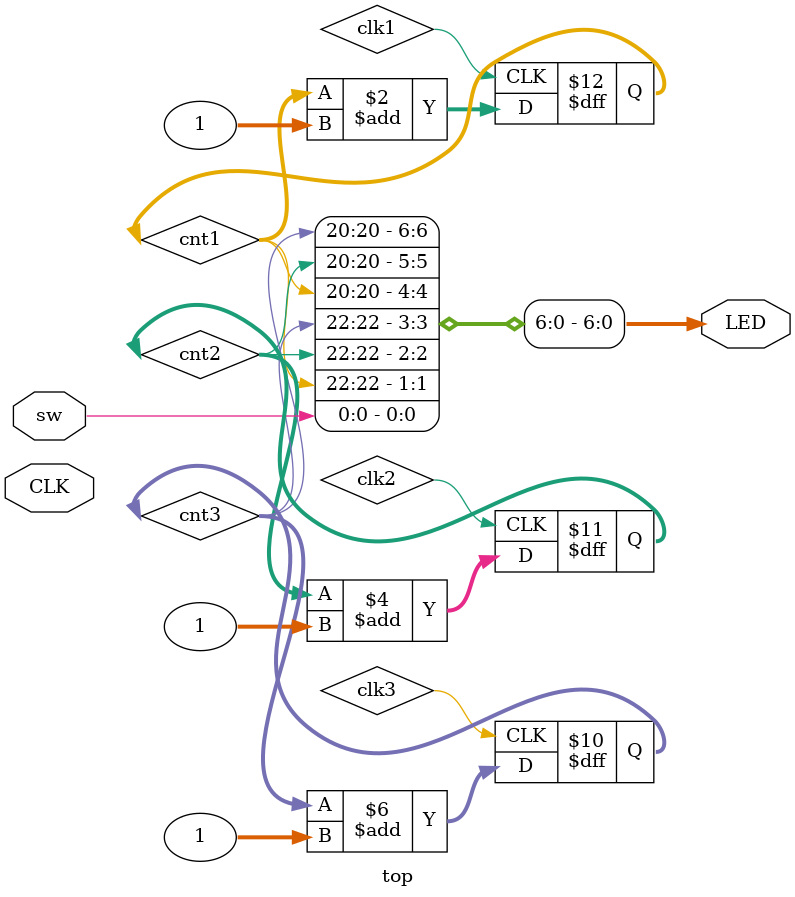
<source format=v>
module top
(
	input CLK,
	input [15:0]sw,
	output [15:0]LED
);
	assign LED[0] = sw[0];
	wire clk1, clk2, clk3;
//	clk_wiz_0 clk_wiz_0_inst
//	(
//		.clk_in1(CLK),
//		.clk_out1(clk1),
//		.clk_out2(clk2),
//		.clk_out3(clk3)
//	);

	reg [31:0]cnt1 = 0;
	reg [31:0]cnt2 = 0;
	reg [31:0]cnt3 = 0;
	always @ (posedge clk1) begin
		cnt1 <= cnt1 + 1;
	end
	always @ (posedge clk2) begin
		cnt2 <= cnt2 + 1;
	end
	always @ (posedge clk3) begin
		cnt3 <= cnt3 + 1;
	end
	assign LED[1] = cnt1[22];
	assign LED[2] = cnt2[22];
	assign LED[3] = cnt3[22];
	assign LED[4] = cnt1[20];
	assign LED[5] = cnt2[20];
	assign LED[6] = cnt3[20];
endmodule

</source>
